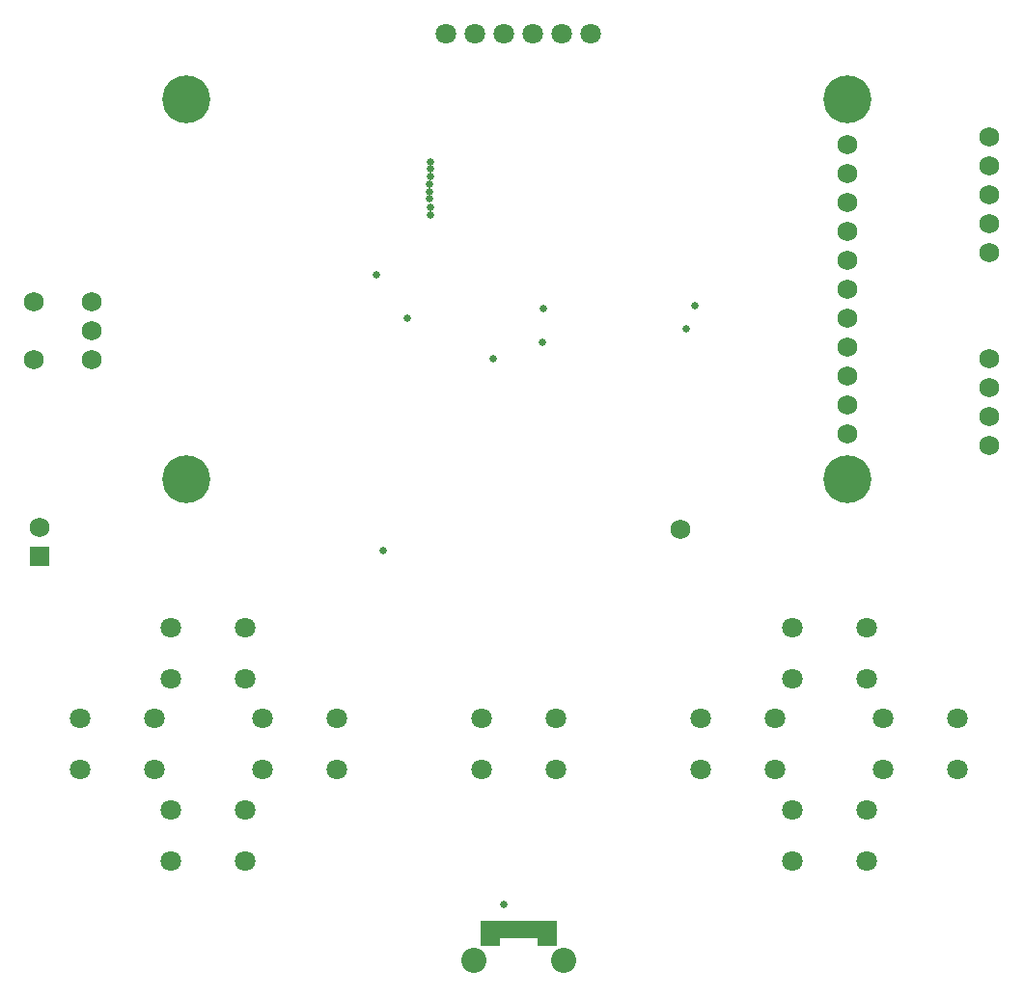
<source format=gts>
G04*
G04 #@! TF.GenerationSoftware,Altium Limited,Altium Designer,20.1.7 (139)*
G04*
G04 Layer_Color=8388736*
%FSLAX25Y25*%
%MOIN*%
G70*
G04*
G04 #@! TF.SameCoordinates,7B629D7A-5012-4778-A706-7C37D5037AAD*
G04*
G04*
G04 #@! TF.FilePolarity,Negative*
G04*
G01*
G75*
%ADD11R,0.06607X0.09068*%
%ADD12R,0.02572X0.06233*%
%ADD13C,0.02572*%
%ADD14C,0.06800*%
%ADD15C,0.07099*%
%ADD16R,0.06800X0.06800*%
%ADD17C,0.16548*%
%ADD18C,0.08674*%
D11*
X206594Y20472D02*
D03*
X187106D02*
D03*
D12*
X191732Y21850D02*
D03*
X201969D02*
D03*
X199409D02*
D03*
X194291D02*
D03*
X196850D02*
D03*
D13*
X150000Y153051D02*
D03*
X158465Y233268D02*
D03*
X257579Y237598D02*
D03*
X166240Y287402D02*
D03*
Y284744D02*
D03*
X166240Y282087D02*
D03*
X166142Y279528D02*
D03*
Y276969D02*
D03*
Y274410D02*
D03*
X166240Y268898D02*
D03*
Y271654D02*
D03*
X205413Y236614D02*
D03*
X147835Y248130D02*
D03*
X205118Y225000D02*
D03*
X187992Y219291D02*
D03*
X254724Y229528D02*
D03*
X191831Y30413D02*
D03*
D14*
X252658Y160236D02*
D03*
X359449Y199370D02*
D03*
Y189370D02*
D03*
Y219370D02*
D03*
Y209370D02*
D03*
Y255807D02*
D03*
Y265807D02*
D03*
Y275807D02*
D03*
Y285807D02*
D03*
Y295807D02*
D03*
X31299Y160925D02*
D03*
X310236Y293209D02*
D03*
Y283209D02*
D03*
Y273209D02*
D03*
Y263209D02*
D03*
Y253209D02*
D03*
Y243209D02*
D03*
Y233209D02*
D03*
Y223209D02*
D03*
Y213209D02*
D03*
Y203209D02*
D03*
Y193209D02*
D03*
X49508Y239035D02*
D03*
Y229035D02*
D03*
Y219035D02*
D03*
X29508Y239035D02*
D03*
Y219035D02*
D03*
D15*
X285433Y94882D02*
D03*
X259842D02*
D03*
X285433Y77165D02*
D03*
X259842D02*
D03*
X316929Y63386D02*
D03*
X291339D02*
D03*
X316929Y45669D02*
D03*
X291339D02*
D03*
X102362Y126378D02*
D03*
X76772D02*
D03*
X102362Y108661D02*
D03*
X76772D02*
D03*
X133858Y94882D02*
D03*
X108268D02*
D03*
X133858Y77165D02*
D03*
X108268D02*
D03*
X209646Y94882D02*
D03*
X184055D02*
D03*
X209646Y77165D02*
D03*
X184055D02*
D03*
X70866Y94882D02*
D03*
X45276D02*
D03*
X70866Y77165D02*
D03*
X45276D02*
D03*
X348425Y94882D02*
D03*
X322835D02*
D03*
X348425Y77165D02*
D03*
X322835D02*
D03*
X316929Y126378D02*
D03*
X291339D02*
D03*
X316929Y108661D02*
D03*
X291339D02*
D03*
X102362Y63386D02*
D03*
X76772D02*
D03*
X102362Y45669D02*
D03*
X76772D02*
D03*
X171811Y331496D02*
D03*
X181811D02*
D03*
X191811D02*
D03*
X201811D02*
D03*
X211811D02*
D03*
X221811D02*
D03*
D16*
X31299Y150925D02*
D03*
D17*
X81890Y308957D02*
D03*
Y177461D02*
D03*
X310236D02*
D03*
Y308957D02*
D03*
D18*
X181299Y11122D02*
D03*
X212402D02*
D03*
M02*

</source>
